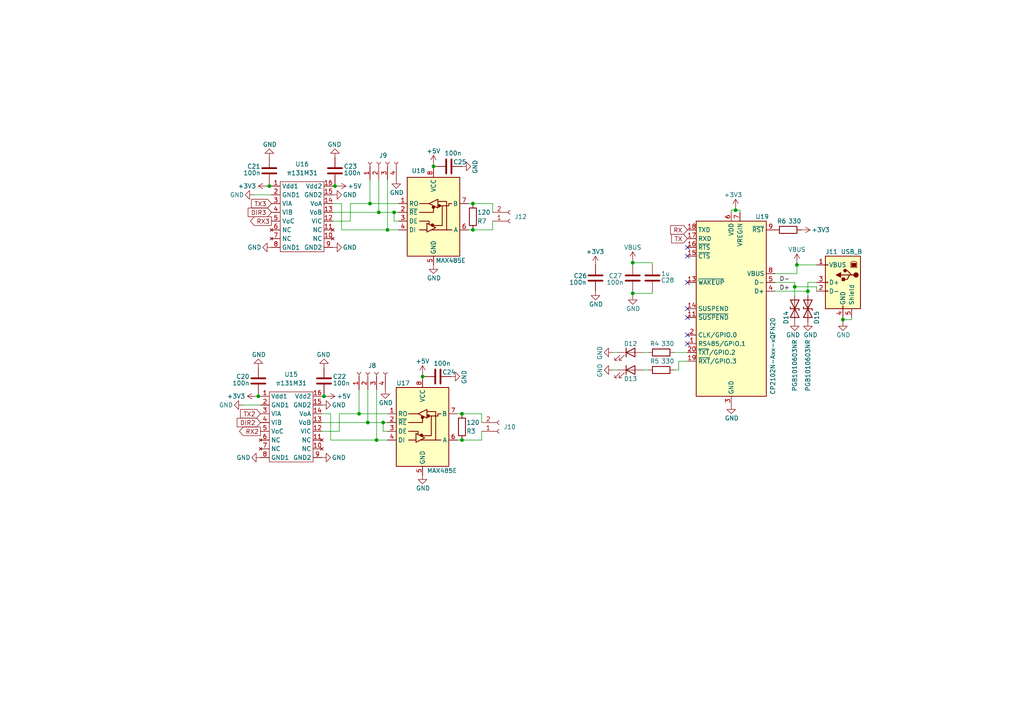
<source format=kicad_sch>
(kicad_sch (version 20211123) (generator eeschema)
  (paper "A4")
  (lib_symbols
    (symbol "Connector:Conn_01x02_Female" (pin_names (offset 1.016) hide)
      (property "Reference" "J" (at 0 2.54 0))
      (property "Value" "Conn_01x02_Female" (at 0 -5.08 0))
      (symbol "Conn_01x02_Female_1_1"
        (arc (start 0 -2.032) (mid -0.508 -2.54) (end 0 -3.048) (stroke (width 0.1524)))
        (polyline (pts (xy -1.27 -2.54) (xy -0.508 -2.54)) (stroke (width 0.1524)))
        (polyline (pts (xy -1.27 0) (xy -0.508 0)) (stroke (width 0.1524)))
        (arc (start 0 0.508) (mid -0.508 0) (end 0 -0.508) (stroke (width 0.1524)))
        (pin passive line (at -5.08 0 0) (length 3.81) (name "Pin_1") (number "1"))
        (pin passive line (at -5.08 -2.54 0) (length 3.81) (name "Pin_2") (number "2"))
      )
    )
    (symbol "Connector:Conn_01x04_Female" (pin_names (offset 1.016) hide)
      (property "Reference" "J" (at 0 5.08 0))
      (property "Value" "Conn_01x04_Female" (at 0 -7.62 0))
      (symbol "Conn_01x04_Female_1_1"
        (arc (start 0 -4.572) (mid -0.508 -5.08) (end 0 -5.588) (stroke (width 0.1524)))
        (arc (start 0 -2.032) (mid -0.508 -2.54) (end 0 -3.048) (stroke (width 0.1524)))
        (polyline (pts (xy -1.27 -5.08) (xy -0.508 -5.08)) (stroke (width 0.1524)))
        (polyline (pts (xy -1.27 -2.54) (xy -0.508 -2.54)) (stroke (width 0.1524)))
        (polyline (pts (xy -1.27 0) (xy -0.508 0)) (stroke (width 0.1524)))
        (polyline (pts (xy -1.27 2.54) (xy -0.508 2.54)) (stroke (width 0.1524)))
        (arc (start 0 0.508) (mid -0.508 0) (end 0 -0.508) (stroke (width 0.1524)))
        (arc (start 0 3.048) (mid -0.508 2.54) (end 0 2.032) (stroke (width 0.1524)))
        (pin passive line (at -5.08 2.54 0) (length 3.81) (name "Pin_1") (number "1"))
        (pin passive line (at -5.08 0 0) (length 3.81) (name "Pin_2") (number "2"))
        (pin passive line (at -5.08 -2.54 0) (length 3.81) (name "Pin_3") (number "3"))
        (pin passive line (at -5.08 -5.08 0) (length 3.81) (name "Pin_4") (number "4"))
      )
    )
    (symbol "Connector:USB_B" (pin_names (offset 1.016))
      (property "Reference" "J" (at -5.08 11.43 0))
      (property "Value" "USB_B" (at -5.08 8.89 0))
      (symbol "USB_B_0_1"
        (rectangle (start -5.08 -7.62) (end 5.08 7.62) (stroke (width 0.254)) (fill (type background)))
        (circle (center -3.81 2.159) (radius 0.635) (stroke (width 0.254)) (fill (type outline)))
        (rectangle (start -3.81 5.588) (end -2.54 4.572) (fill (type outline)))
        (circle (center -0.635 3.429) (radius 0.381) (stroke (width 0.254)) (fill (type outline)))
        (rectangle (start -0.127 -7.62) (end 0.127 -6.858))
        (polyline (pts (xy -1.905 2.159) (xy 0.635 2.159)) (stroke (width 0.254)))
        (polyline (pts (xy -3.175 2.159) (xy -2.54 2.159) (xy -1.27 3.429) (xy -0.635 3.429)) (stroke (width 0.254)))
        (polyline (pts (xy -2.54 2.159) (xy -1.905 2.159) (xy -1.27 0.889) (xy 0 0.889)) (stroke (width 0.254)))
        (polyline (pts (xy 0.635 2.794) (xy 0.635 1.524) (xy 1.905 2.159) (xy 0.635 2.794)) (stroke (width 0.254)) (fill (type outline)))
        (polyline (pts (xy -4.064 4.318) (xy -2.286 4.318) (xy -2.286 5.715) (xy -2.667 6.096) (xy -3.683 6.096) (xy -4.064 5.715) (xy -4.064 4.318)))
        (rectangle (start 0.254 1.27) (end -0.508 0.508) (stroke (width 0.254)) (fill (type outline)))
        (rectangle (start 5.08 -2.667) (end 4.318 -2.413))
        (rectangle (start 5.08 -0.127) (end 4.318 0.127))
        (rectangle (start 5.08 4.953) (end 4.318 5.207))
      )
      (symbol "USB_B_1_1"
        (pin power_out line (at 7.62 5.08 180) (length 2.54) (name "VBUS") (number "1"))
        (pin bidirectional line (at 7.62 -2.54 180) (length 2.54) (name "D-") (number "2"))
        (pin bidirectional line (at 7.62 0 180) (length 2.54) (name "D+") (number "3"))
        (pin power_out line (at 0 -10.16 90) (length 2.54) (name "GND") (number "4"))
        (pin passive line (at -2.54 -10.16 90) (length 2.54) (name "Shield") (number "5"))
      )
    )
    (symbol "Device:C" (pin_numbers hide) (pin_names (offset 0.254))
      (property "Reference" "C" (at 0.635 2.54 0))
      (property "Value" "C" (at 0.635 -2.54 0))
      (symbol "C_0_1"
        (polyline (pts (xy -2.032 -0.762) (xy 2.032 -0.762)) (stroke (width 0.508)))
        (polyline (pts (xy -2.032 0.762) (xy 2.032 0.762)) (stroke (width 0.508)))
      )
      (symbol "C_1_1"
        (pin passive line (at 0 3.81 270) (length 2.794) (name "~") (number "1"))
        (pin passive line (at 0 -3.81 90) (length 2.794) (name "~") (number "2"))
      )
    )
    (symbol "Device:D_TVS" (pin_numbers hide) (pin_names (offset 1.016) hide)
      (property "Reference" "D" (at 0 2.54 0))
      (property "Value" "D_TVS" (at 0 -2.54 0))
      (symbol "D_TVS_0_1"
        (polyline (pts (xy 1.27 0) (xy -1.27 0)))
        (polyline (pts (xy 0.508 1.27) (xy 0 1.27) (xy 0 -1.27) (xy -0.508 -1.27)) (stroke (width 0.254)))
        (polyline (pts (xy -2.54 1.27) (xy -2.54 -1.27) (xy 2.54 1.27) (xy 2.54 -1.27) (xy -2.54 1.27)) (stroke (width 0.254)))
      )
      (symbol "D_TVS_1_1"
        (pin passive line (at -3.81 0 0) (length 2.54) (name "A1") (number "1"))
        (pin passive line (at 3.81 0 180) (length 2.54) (name "A2") (number "2"))
      )
    )
    (symbol "Device:LED" (pin_numbers hide) (pin_names (offset 1.016) hide)
      (property "Reference" "D" (at 0 2.54 0))
      (property "Value" "LED" (at 0 -2.54 0))
      (symbol "LED_0_1"
        (polyline (pts (xy -1.27 -1.27) (xy -1.27 1.27)) (stroke (width 0.254)))
        (polyline (pts (xy -1.27 0) (xy 1.27 0)))
        (polyline (pts (xy 1.27 -1.27) (xy 1.27 1.27) (xy -1.27 0) (xy 1.27 -1.27)) (stroke (width 0.254)))
        (polyline (pts (xy -3.048 -0.762) (xy -4.572 -2.286) (xy -3.81 -2.286) (xy -4.572 -2.286) (xy -4.572 -1.524)))
        (polyline (pts (xy -1.778 -0.762) (xy -3.302 -2.286) (xy -2.54 -2.286) (xy -3.302 -2.286) (xy -3.302 -1.524)))
      )
      (symbol "LED_1_1"
        (pin passive line (at -3.81 0 0) (length 2.54) (name "K") (number "1"))
        (pin passive line (at 3.81 0 180) (length 2.54) (name "A") (number "2"))
      )
    )
    (symbol "Device:R" (pin_numbers hide) (pin_names (offset 0))
      (property "Reference" "R" (at 2.032 0 90))
      (property "Value" "R" (at 0 0 90))
      (symbol "R_0_1"
        (rectangle (start -1.016 -2.54) (end 1.016 2.54) (stroke (width 0.254)))
      )
      (symbol "R_1_1"
        (pin passive line (at 0 3.81 270) (length 1.27) (name "~") (number "1"))
        (pin passive line (at 0 -3.81 90) (length 1.27) (name "~") (number "2"))
      )
    )
    (symbol "Interface_UART:MAX485E"
      (property "Reference" "U" (at -6.096 11.43 0))
      (property "Value" "MAX485E" (at 0.762 11.43 0))
      (symbol "MAX485E_0_1"
        (rectangle (start -7.62 10.16) (end 7.62 -12.7) (stroke (width 0.254)) (fill (type background)))
        (circle (center -0.3048 -3.683) (radius 0.3556) (stroke (width 0.254)) (fill (type outline)))
        (circle (center -0.0254 1.4986) (radius 0.3556) (stroke (width 0.254)) (fill (type outline)))
        (polyline (pts (xy -4.064 -5.08) (xy -1.905 -5.08)) (stroke (width 0.254)))
        (polyline (pts (xy -4.064 2.54) (xy -1.27 2.54)) (stroke (width 0.254)))
        (polyline (pts (xy -1.27 -3.2004) (xy -1.27 -3.4544)) (stroke (width 0.254)))
        (polyline (pts (xy -0.635 -5.08) (xy 5.334 -5.08)) (stroke (width 0.254)))
        (polyline (pts (xy -4.064 -2.54) (xy -1.27 -2.54) (xy -1.27 -3.175)) (stroke (width 0.254)))
        (polyline (pts (xy 0 1.27) (xy 0 0) (xy -4.064 0)) (stroke (width 0.254)))
        (polyline (pts (xy 1.27 3.175) (xy 3.81 3.175) (xy 3.81 -5.08)) (stroke (width 0.254)))
        (polyline (pts (xy 2.54 1.905) (xy 2.54 -3.81) (xy 0 -3.81)) (stroke (width 0.254)))
        (polyline (pts (xy -1.905 -3.175) (xy -1.905 -5.715) (xy 0.635 -4.445) (xy -1.905 -3.175)) (stroke (width 0.254)))
        (polyline (pts (xy -1.27 2.54) (xy 1.27 3.81) (xy 1.27 1.27) (xy -1.27 2.54)) (stroke (width 0.254)))
        (polyline (pts (xy 1.905 1.905) (xy 4.445 1.905) (xy 4.445 2.54) (xy 5.334 2.54)) (stroke (width 0.254)))
        (rectangle (start 1.27 3.175) (end 1.27 3.175))
        (circle (center 1.651 1.905) (radius 0.3556) (stroke (width 0.254)) (fill (type outline)))
      )
      (symbol "MAX485E_1_1"
        (pin output line (at -10.16 2.54 0) (length 2.54) (name "RO") (number "1"))
        (pin input line (at -10.16 0 0) (length 2.54) (name "~{RE}") (number "2"))
        (pin input line (at -10.16 -2.54 0) (length 2.54) (name "DE") (number "3"))
        (pin input line (at -10.16 -5.08 0) (length 2.54) (name "DI") (number "4"))
        (pin power_in line (at 0 -15.24 90) (length 2.54) (name "GND") (number "5"))
        (pin bidirectional line (at 10.16 -5.08 180) (length 2.54) (name "A") (number "6"))
        (pin bidirectional line (at 10.16 2.54 180) (length 2.54) (name "B") (number "7"))
        (pin power_in line (at 0 12.7 270) (length 2.54) (name "VCC") (number "8"))
      )
    )
    (symbol "Interface_USB:CP2102N-Axx-xQFN20"
      (property "Reference" "U" (at -8.89 26.67 0))
      (property "Value" "CP2102N-Axx-xQFN20" (at 12.7 26.67 0))
      (symbol "CP2102N-Axx-xQFN20_0_1"
        (rectangle (start -10.16 25.4) (end 10.16 -25.4) (stroke (width 0.254)) (fill (type background)))
      )
      (symbol "CP2102N-Axx-xQFN20_1_1"
        (pin bidirectional line (at 12.7 -10.16 180) (length 2.54) (name "RS485/GPIO.1") (number "1"))
        (pin no_connect line (at -10.16 -22.86 0) (length 2.54) hide (name "NC") (number "10"))
        (pin output line (at 12.7 -2.54 180) (length 2.54) (name "~{SUSPEND}") (number "11"))
        (pin passive line (at 0 -27.94 90) (length 2.54) hide (name "GND") (number "12"))
        (pin input line (at 12.7 7.62 180) (length 2.54) (name "~{WAKEUP}") (number "13"))
        (pin output line (at 12.7 0 180) (length 2.54) (name "SUSPEND") (number "14"))
        (pin input line (at 12.7 15.24 180) (length 2.54) (name "~{CTS}") (number "15"))
        (pin output line (at 12.7 17.78 180) (length 2.54) (name "~{RTS}") (number "16"))
        (pin input line (at 12.7 20.32 180) (length 2.54) (name "RXD") (number "17"))
        (pin output line (at 12.7 22.86 180) (length 2.54) (name "TXD") (number "18"))
        (pin bidirectional line (at 12.7 -15.24 180) (length 2.54) (name "~{RXT}/GPIO.3") (number "19"))
        (pin bidirectional line (at 12.7 -7.62 180) (length 2.54) (name "CLK/GPIO.0") (number "2"))
        (pin bidirectional line (at 12.7 -12.7 180) (length 2.54) (name "~{TXT}/GPIO.2") (number "20"))
        (pin passive line (at 0 -27.94 90) (length 2.54) hide (name "GND") (number "21"))
        (pin power_in line (at 0 -27.94 90) (length 2.54) (name "GND") (number "3"))
        (pin bidirectional line (at -12.7 5.08 0) (length 2.54) (name "D+") (number "4"))
        (pin bidirectional line (at -12.7 7.62 0) (length 2.54) (name "D-") (number "5"))
        (pin power_in line (at 0 27.94 270) (length 2.54) (name "VDD") (number "6"))
        (pin power_in line (at -2.54 27.94 270) (length 2.54) (name "VREGIN") (number "7"))
        (pin input line (at -12.7 10.16 0) (length 2.54) (name "VBUS") (number "8"))
        (pin input line (at -12.7 22.86 0) (length 2.54) (name "~{RST}") (number "9"))
      )
    )
    (symbol "Special_parts:π131M31"
      (property "Reference" "U" (at 0 13.97 0))
      (property "Value" "π131M31" (at 0 11.43 0))
      (symbol "π131M31_0_1"
        (rectangle (start -6.35 10.16) (end 6.35 -10.16))
      )
      (symbol "π131M31_1_1"
        (pin power_in line (at -8.89 8.89 0) (length 2.54) (name "Vdd1") (number "1"))
        (pin no_connect line (at 8.89 -6.35 180) (length 2.54) (name "NC") (number "10"))
        (pin no_connect line (at 8.89 -3.81 180) (length 2.54) (name "NC") (number "11"))
        (pin input line (at 8.89 -1.27 180) (length 2.54) (name "ViC") (number "12"))
        (pin output line (at 8.89 1.27 180) (length 2.54) (name "VoB") (number "13"))
        (pin output line (at 8.89 3.81 180) (length 2.54) (name "VoA") (number "14"))
        (pin power_in line (at 8.89 6.35 180) (length 2.54) (name "GND2") (number "15"))
        (pin power_in line (at 8.89 8.89 180) (length 2.54) (name "Vdd2") (number "16"))
        (pin power_in line (at -8.89 6.35 0) (length 2.54) (name "GND1") (number "2"))
        (pin input line (at -8.89 3.81 0) (length 2.54) (name "ViA") (number "3"))
        (pin input line (at -8.89 1.27 0) (length 2.54) (name "ViB") (number "4"))
        (pin output line (at -8.89 -1.27 0) (length 2.54) (name "VoC") (number "5"))
        (pin no_connect line (at -8.89 -3.81 0) (length 2.54) (name "NC") (number "6"))
        (pin no_connect line (at -8.89 -6.35 0) (length 2.54) (name "NC") (number "7"))
        (pin power_in line (at -8.89 -8.89 0) (length 2.54) (name "GND1") (number "8"))
        (pin power_in line (at 8.89 -8.89 180) (length 2.54) (name "GND2") (number "9"))
      )
    )
    (symbol "power:+3V3" (power) (pin_names (offset 0))
      (property "Value" "+3V3" (at 0 3.556 0))
      (symbol "+3V3_0_1"
        (polyline (pts (xy -0.762 1.27) (xy 0 2.54)))
        (polyline (pts (xy 0 0) (xy 0 2.54)))
        (polyline (pts (xy 0 2.54) (xy 0.762 1.27)))
      )
      (symbol "+3V3_1_1"
        (pin power_in line (at 0 0 90) (length 0) hide (name "+3V3") (number "1"))
      )
    )
    (symbol "power:+5V" (power) (pin_names (offset 0))
      (property "Value" "+5V" (at 0 3.556 0))
      (symbol "+5V_0_1"
        (polyline (pts (xy -0.762 1.27) (xy 0 2.54)))
        (polyline (pts (xy 0 0) (xy 0 2.54)))
        (polyline (pts (xy 0 2.54) (xy 0.762 1.27)))
      )
      (symbol "+5V_1_1"
        (pin power_in line (at 0 0 90) (length 0) hide (name "+5V") (number "1"))
      )
    )
    (symbol "power:GND" (power) (pin_names (offset 0))
      (property "Value" "GND" (at 0 -3.81 0))
      (symbol "GND_0_1"
        (polyline (pts (xy 0 0) (xy 0 -1.27) (xy 1.27 -1.27) (xy 0 -2.54) (xy -1.27 -1.27) (xy 0 -1.27)))
      )
      (symbol "GND_1_1"
        (pin power_in line (at 0 0 270) (length 0) hide (name "GND") (number "1"))
      )
    )
    (symbol "power:VBUS" (power) (pin_names (offset 0))
      (property "Value" "VBUS" (at 0 3.81 0))
      (symbol "VBUS_0_1"
        (polyline (pts (xy -0.762 1.27) (xy 0 2.54)))
        (polyline (pts (xy 0 0) (xy 0 2.54)))
        (polyline (pts (xy 0 2.54) (xy 0.762 1.27)))
      )
      (symbol "VBUS_1_1"
        (pin power_in line (at 0 0 90) (length 0) hide (name "VBUS") (number "1"))
      )
    )
  )
  (junction (at 230.505 83.185))
  (junction (at 112.395 66.675))
  (junction (at 183.515 76.2))
  (junction (at 125.73 48.26))
  (junction (at 109.855 61.595))
  (junction (at 133.985 127.635))
  (junction (at 213.36 60.96))
  (junction (at 231.14 76.835))
  (junction (at 93.98 114.935))
  (junction (at 244.475 92.71))
  (junction (at 183.515 85.09))
  (junction (at 78.105 53.975))
  (junction (at 107.315 59.055))
  (junction (at 74.93 114.935))
  (junction (at 133.985 120.015))
  (junction (at 109.22 127.635))
  (junction (at 114.3 61.595))
  (junction (at 234.315 84.455))
  (junction (at 97.155 53.975))
  (junction (at 104.14 120.015))
  (junction (at 111.125 122.555))
  (junction (at 106.68 122.555))
  (junction (at 122.555 109.22))
  (junction (at 137.16 66.675))
  (junction (at 137.16 59.055))
  (no_connect (at 199.39 97.155))
  (no_connect (at 199.39 99.695))
  (no_connect (at 199.39 81.915))
  (no_connect (at 199.39 92.075))
  (no_connect (at 199.39 74.295))
  (no_connect (at 199.39 89.535))
  (no_connect (at 199.39 71.755))
  (wire (pts (xy 99.06 66.675) (xy 112.395 66.675)))
  (wire (pts (xy 177.8 102.235) (xy 179.07 102.235)))
  (wire (pts (xy 135.89 59.055) (xy 137.16 59.055)))
  (wire (pts (xy 186.69 102.235) (xy 187.96 102.235)))
  (wire (pts (xy 93.345 122.555) (xy 106.68 122.555)))
  (wire (pts (xy 95.885 120.015) (xy 95.885 127.635)))
  (wire (pts (xy 114.3 61.595) (xy 114.3 64.135)))
  (wire (pts (xy 231.14 76.2) (xy 231.14 76.835)))
  (wire (pts (xy 244.475 92.075) (xy 244.475 92.71)))
  (wire (pts (xy 224.79 79.375) (xy 231.14 79.375)))
  (wire (pts (xy 125.73 48.26) (xy 126.365 48.26)))
  (wire (pts (xy 106.68 122.555) (xy 111.125 122.555)))
  (wire (pts (xy 125.73 48.26) (xy 125.73 48.895)))
  (wire (pts (xy 133.985 127.635) (xy 139.7 127.635)))
  (wire (pts (xy 93.98 114.3) (xy 93.98 114.935)))
  (wire (pts (xy 112.395 66.675) (xy 115.57 66.675)))
  (wire (pts (xy 133.985 120.015) (xy 139.7 120.015)))
  (wire (pts (xy 122.555 109.22) (xy 122.555 109.855)))
  (wire (pts (xy 77.47 53.975) (xy 78.105 53.975)))
  (wire (pts (xy 93.345 114.935) (xy 93.98 114.935)))
  (wire (pts (xy 93.345 120.015) (xy 95.885 120.015)))
  (wire (pts (xy 125.73 47.625) (xy 125.73 48.26)))
  (wire (pts (xy 177.8 107.315) (xy 179.07 107.315)))
  (wire (pts (xy 132.715 120.015) (xy 133.985 120.015)))
  (wire (pts (xy 247.015 92.71) (xy 247.015 92.075)))
  (wire (pts (xy 183.515 85.09) (xy 189.23 85.09)))
  (wire (pts (xy 139.7 122.555) (xy 139.7 120.015)))
  (wire (pts (xy 111.125 125.095) (xy 112.395 125.095)))
  (wire (pts (xy 230.505 81.915) (xy 230.505 83.185)))
  (wire (pts (xy 244.475 92.71) (xy 244.475 93.345)))
  (wire (pts (xy 106.68 113.03) (xy 106.68 122.555)))
  (wire (pts (xy 183.515 76.2) (xy 189.23 76.2)))
  (wire (pts (xy 101.6 59.055) (xy 107.315 59.055)))
  (wire (pts (xy 74.93 114.3) (xy 74.93 114.935)))
  (wire (pts (xy 189.23 76.2) (xy 189.23 76.835)))
  (wire (pts (xy 109.22 113.03) (xy 109.22 127.635)))
  (wire (pts (xy 122.555 109.22) (xy 123.19 109.22)))
  (wire (pts (xy 183.515 76.2) (xy 183.515 76.835)))
  (wire (pts (xy 213.36 60.96) (xy 214.63 60.96)))
  (wire (pts (xy 139.7 125.095) (xy 139.7 127.635)))
  (wire (pts (xy 137.16 59.055) (xy 142.875 59.055)))
  (wire (pts (xy 78.105 53.975) (xy 78.74 53.975)))
  (wire (pts (xy 142.875 64.135) (xy 142.875 66.675)))
  (wire (pts (xy 137.16 66.675) (xy 135.89 66.675)))
  (wire (pts (xy 73.66 56.515) (xy 78.74 56.515)))
  (wire (pts (xy 195.58 102.235) (xy 199.39 102.235)))
  (wire (pts (xy 234.315 81.915) (xy 234.315 84.455)))
  (wire (pts (xy 213.36 60.325) (xy 213.36 60.96)))
  (wire (pts (xy 109.855 61.595) (xy 114.3 61.595)))
  (wire (pts (xy 231.14 76.835) (xy 236.855 76.835)))
  (wire (pts (xy 111.125 122.555) (xy 111.125 125.095)))
  (wire (pts (xy 95.885 127.635) (xy 109.22 127.635)))
  (wire (pts (xy 195.58 107.315) (xy 196.85 107.315)))
  (wire (pts (xy 109.22 127.635) (xy 112.395 127.635)))
  (wire (pts (xy 196.85 107.315) (xy 196.85 104.775)))
  (wire (pts (xy 122.555 108.585) (xy 122.555 109.22)))
  (wire (pts (xy 236.855 81.915) (xy 234.315 81.915)))
  (wire (pts (xy 112.395 52.07) (xy 112.395 66.675)))
  (wire (pts (xy 96.52 64.135) (xy 101.6 64.135)))
  (wire (pts (xy 224.79 81.915) (xy 230.505 81.915)))
  (wire (pts (xy 93.345 125.095) (xy 98.425 125.095)))
  (wire (pts (xy 230.505 83.185) (xy 230.505 85.725)))
  (wire (pts (xy 189.23 85.09) (xy 189.23 84.455)))
  (wire (pts (xy 101.6 64.135) (xy 101.6 59.055)))
  (wire (pts (xy 74.93 114.935) (xy 75.565 114.935)))
  (wire (pts (xy 183.515 75.565) (xy 183.515 76.2)))
  (wire (pts (xy 234.315 84.455) (xy 234.315 85.725)))
  (wire (pts (xy 109.855 52.07) (xy 109.855 61.595)))
  (wire (pts (xy 244.475 92.71) (xy 247.015 92.71)))
  (wire (pts (xy 183.515 85.09) (xy 183.515 85.725)))
  (wire (pts (xy 114.3 64.135) (xy 115.57 64.135)))
  (wire (pts (xy 183.515 84.455) (xy 183.515 85.09)))
  (wire (pts (xy 112.395 122.555) (xy 111.125 122.555)))
  (wire (pts (xy 78.105 53.34) (xy 78.105 53.975)))
  (wire (pts (xy 98.425 120.015) (xy 104.14 120.015)))
  (wire (pts (xy 99.06 59.055) (xy 99.06 66.675)))
  (wire (pts (xy 96.52 59.055) (xy 99.06 59.055)))
  (wire (pts (xy 137.16 66.675) (xy 142.875 66.675)))
  (wire (pts (xy 93.98 114.935) (xy 94.615 114.935)))
  (wire (pts (xy 104.14 120.015) (xy 112.395 120.015)))
  (wire (pts (xy 96.52 53.975) (xy 97.155 53.975)))
  (wire (pts (xy 107.315 59.055) (xy 115.57 59.055)))
  (wire (pts (xy 104.14 113.03) (xy 104.14 120.015)))
  (wire (pts (xy 70.485 117.475) (xy 75.565 117.475)))
  (wire (pts (xy 231.14 79.375) (xy 231.14 76.835)))
  (wire (pts (xy 224.79 84.455) (xy 234.315 84.455)))
  (wire (pts (xy 230.505 83.185) (xy 236.855 83.185)))
  (wire (pts (xy 98.425 125.095) (xy 98.425 120.015)))
  (wire (pts (xy 142.875 61.595) (xy 142.875 59.055)))
  (wire (pts (xy 236.855 83.185) (xy 236.855 84.455)))
  (wire (pts (xy 196.85 104.775) (xy 199.39 104.775)))
  (wire (pts (xy 97.155 53.34) (xy 97.155 53.975)))
  (wire (pts (xy 133.985 127.635) (xy 132.715 127.635)))
  (wire (pts (xy 107.315 52.07) (xy 107.315 59.055)))
  (wire (pts (xy 115.57 61.595) (xy 114.3 61.595)))
  (wire (pts (xy 97.155 53.975) (xy 97.79 53.975)))
  (wire (pts (xy 96.52 61.595) (xy 109.855 61.595)))
  (wire (pts (xy 214.63 60.96) (xy 214.63 61.595)))
  (wire (pts (xy 186.69 107.315) (xy 187.96 107.315)))
  (wire (pts (xy 74.295 114.935) (xy 74.93 114.935)))
  (wire (pts (xy 212.09 60.96) (xy 213.36 60.96)))
  (wire (pts (xy 212.09 61.595) (xy 212.09 60.96)))
  (label "D+" (at 226.06 84.455 0))
  (label "D-" (at 226.06 81.915 0))
  (global_label "TX2" (shape input) (at 75.565 120.015 180) (property "Riferimenti inter-foglio" "${INTERSHEET_REFS}" (effects hide)))
  (global_label "RX3" (shape output) (at 78.74 64.135 180) (property "Riferimenti inter-foglio" "${INTERSHEET_REFS}" (effects hide)))
  (global_label "DIR3" (shape input) (at 78.74 61.595 180) (property "Riferimenti inter-foglio" "${INTERSHEET_REFS}" (effects hide)))
  (global_label "RX2" (shape output) (at 75.565 125.095 180) (property "Riferimenti inter-foglio" "${INTERSHEET_REFS}" (effects hide)))
  (global_label "RX" (shape input) (at 199.39 66.675 180) (property "Riferimenti inter-foglio" "${INTERSHEET_REFS}" (effects hide)))
  (global_label "TX3" (shape input) (at 78.74 59.055 180) (property "Riferimenti inter-foglio" "${INTERSHEET_REFS}" (effects hide)))
  (global_label "TX" (shape input) (at 199.39 69.215 180) (property "Riferimenti inter-foglio" "${INTERSHEET_REFS}" (effects hide)))
  (global_label "DIR2" (shape input) (at 75.565 122.555 180) (property "Riferimenti inter-foglio" "${INTERSHEET_REFS}" (effects hide)))
  (symbol (lib_id "power:GND") (at 93.345 117.475 90) (unit 1)
    (property "Reference" "#PWR0159" (effects hide))
    (property "Value" "GND" (at 100.33 117.475 90) (effects (justify left)))
  )
  (symbol (lib_id "power:GND") (at 96.52 56.515 90) (unit 1)
    (property "Reference" "#PWR0163" (effects hide))
    (property "Value" "GND" (at 103.505 56.515 90) (effects (justify left)))
  )
  (symbol (lib_id "power:GND") (at 172.72 84.455 0) (unit 1)
    (property "Reference" "#PWR0176" (effects hide))
    (property "Value" "GND" (at 170.815 88.265 0) (effects (justify left)))
  )
  (symbol (lib_id "power:VBUS") (at 231.14 76.2 0) (unit 1)
    (property "Reference" "#PWR0184" (effects hide))
    (property "Value" "VBUS" (at 231.14 72.39 0))
  )
  (symbol (lib_id "Interface_USB:CP2102N-Axx-xQFN20") (at 212.09 89.535 0) (mirror y) (unit 1)
    (property "Reference" "U19" (at 219.075 62.865 0) (effects (justify right)))
    (property "Value" "CP2102N-Axx-xQFN20" (at 224.155 92.075 90) (effects (justify right)))
    (property "Footprint" "Package_DFN_QFN:SiliconLabs_QFN-20-1EP_3x3mm_P0.5mm_EP1.8x1.8mm" (effects hide))
    (property "Datasheet" "https://www.silabs.com/documents/public/data-sheets/cp2102n-datasheet.pdf" (effects hide))
  )
  (symbol (lib_id "power:GND") (at 125.73 76.835 0) (unit 1)
    (property "Reference" "#PWR0172" (effects hide))
    (property "Value" "GND" (at 123.825 80.645 0) (effects (justify left)))
  )
  (symbol (lib_id "Device:D_TVS") (at 234.315 89.535 90) (unit 1)
    (property "Reference" "D15" (at 236.855 90.17 0) (effects (justify right)))
    (property "Value" "PGB1010603NR" (at 234.315 98.425 0) (effects (justify right)))
    (property "Footprint" "Diode_SMD:D_0603_1608Metric" (effects hide))
    (property "LCSC" "C10677" (effects hide))
  )
  (symbol (lib_id "power:+3V3") (at 77.47 53.975 90) (unit 1)
    (property "Reference" "#PWR0156" (effects hide))
    (property "Value" "+3V3" (at 74.295 53.975 90) (effects (justify left)))
  )
  (symbol (lib_id "Device:C") (at 93.98 110.49 0) (unit 1)
    (property "Reference" "C22" (at 96.52 109.22 0) (effects (justify left)))
    (property "Value" "100n" (at 96.52 111.125 0) (effects (justify left)))
    (property "Footprint" "Capacitor_SMD:C_0603_1608Metric" (effects hide))
  )
  (symbol (lib_id "Device:D_TVS") (at 230.505 89.535 90) (unit 1)
    (property "Reference" "D14" (at 227.965 90.17 0) (effects (justify right)))
    (property "Value" "PGB1010603NR" (at 230.505 98.425 0) (effects (justify right)))
    (property "Footprint" "Diode_SMD:D_0603_1608Metric" (effects hide))
    (property "LCSC" "C10677" (effects hide))
  )
  (symbol (lib_id "Device:LED") (at 182.88 102.235 0) (unit 1)
    (property "Reference" "D12" (at 182.88 99.695 0))
    (property "Value" "LED" (effects hide))
    (property "Footprint" "LED_SMD:LED_0805_2012Metric" (effects hide))
  )
  (symbol (lib_id "Device:C") (at 183.515 80.645 0) (mirror y) (unit 1)
    (property "Reference" "C27" (at 176.53 80.01 0) (effects (justify right)))
    (property "Value" "100n" (at 175.895 81.915 0) (effects (justify right)))
    (property "Footprint" "Capacitor_SMD:C_0603_1608Metric" (effects hide))
  )
  (symbol (lib_id "power:GND") (at 97.155 45.72 180) (unit 1)
    (property "Reference" "#PWR0165" (effects hide))
    (property "Value" "GND" (at 99.06 41.91 0) (effects (justify left)))
  )
  (symbol (lib_id "power:GND") (at 73.66 56.515 270) (unit 1)
    (property "Reference" "#PWR0152" (effects hide))
    (property "Value" "GND" (at 66.675 56.515 90) (effects (justify left)))
  )
  (symbol (lib_id "power:VBUS") (at 183.515 75.565 0) (unit 1)
    (property "Reference" "#PWR0179" (effects hide))
    (property "Value" "VBUS" (at 183.515 71.755 0))
  )
  (symbol (lib_id "Connector:Conn_01x04_Female") (at 109.855 46.99 90) (unit 1)
    (property "Reference" "J9" (at 111.125 45.085 90))
    (property "Value" "Conn_01x04_Female" (effects hide))
    (property "Footprint" "Connector_PinHeader_2.54mm:PinHeader_1x04_P2.54mm_Vertical" (effects hide))
  )
  (symbol (lib_id "Device:C") (at 97.155 49.53 0) (unit 1)
    (property "Reference" "C23" (at 99.695 48.26 0) (effects (justify left)))
    (property "Value" "100n" (at 99.695 50.165 0) (effects (justify left)))
    (property "Footprint" "Capacitor_SMD:C_0603_1608Metric" (effects hide))
  )
  (symbol (lib_id "power:+3V3") (at 74.295 114.935 90) (unit 1)
    (property "Reference" "#PWR0153" (effects hide))
    (property "Value" "+3V3" (at 71.12 114.935 90) (effects (justify left)))
  )
  (symbol (lib_id "power:GND") (at 212.09 117.475 0) (unit 1)
    (property "Reference" "#PWR0181" (effects hide))
    (property "Value" "GND" (at 210.185 121.285 0) (effects (justify left)))
  )
  (symbol (lib_id "power:GND") (at 96.52 71.755 90) (unit 1)
    (property "Reference" "#PWR0164" (effects hide))
    (property "Value" "GND" (at 103.505 71.755 90) (effects (justify left)))
  )
  (symbol (lib_id "power:+5V") (at 94.615 114.935 270) (unit 1)
    (property "Reference" "#PWR0162" (effects hide))
    (property "Value" "+5V" (at 99.695 114.935 90))
  )
  (symbol (lib_id "power:+3V3") (at 172.72 76.835 0) (unit 1)
    (property "Reference" "#PWR0175" (effects hide))
    (property "Value" "+3V3" (at 175.26 73.025 0) (effects (justify right)))
  )
  (symbol (lib_id "power:GND") (at 234.315 93.345 0) (unit 1)
    (property "Reference" "#PWR0186" (effects hide))
    (property "Value" "GND" (at 233.045 97.155 0) (effects (justify left)))
  )
  (symbol (lib_id "Device:C") (at 127 109.22 270) (mirror x) (unit 1)
    (property "Reference" "C24" (at 128.27 107.95 90) (effects (justify left)))
    (property "Value" "100n" (at 125.73 105.41 90) (effects (justify left)))
    (property "Footprint" "Capacitor_SMD:C_0603_1608Metric" (effects hide))
  )
  (symbol (lib_id "power:GND") (at 111.76 113.03 0) (unit 1)
    (property "Reference" "#PWR0167" (effects hide))
    (property "Value" "GND" (at 109.855 116.84 0) (effects (justify left)))
  )
  (symbol (lib_id "power:+3V3") (at 213.36 60.325 0) (unit 1)
    (property "Reference" "#PWR0182" (effects hide))
    (property "Value" "+3V3" (at 215.265 56.515 0) (effects (justify right)))
  )
  (symbol (lib_id "power:GND") (at 183.515 85.725 0) (unit 1)
    (property "Reference" "#PWR0180" (effects hide))
    (property "Value" "GND" (at 181.61 89.535 0) (effects (justify left)))
  )
  (symbol (lib_id "power:GND") (at 177.8 107.315 270) (unit 1)
    (property "Reference" "#PWR0178" (effects hide))
    (property "Value" "GND" (at 173.99 105.41 0) (effects (justify left)))
  )
  (symbol (lib_id "Device:C") (at 78.105 49.53 0) (mirror y) (unit 1)
    (property "Reference" "C21" (at 75.565 48.26 0) (effects (justify left)))
    (property "Value" "100n" (at 75.565 50.165 0) (effects (justify left)))
    (property "Footprint" "Capacitor_SMD:C_0603_1608Metric" (effects hide))
  )
  (symbol (lib_id "power:GND") (at 74.93 106.68 0) (mirror x) (unit 1)
    (property "Reference" "#PWR0154" (effects hide))
    (property "Value" "GND" (at 73.025 102.87 0) (effects (justify left)))
  )
  (symbol (lib_id "Device:C") (at 130.175 48.26 270) (mirror x) (unit 1)
    (property "Reference" "C25" (at 131.445 46.99 90) (effects (justify left)))
    (property "Value" "100n" (at 128.905 44.45 90) (effects (justify left)))
    (property "Footprint" "Capacitor_SMD:C_0603_1608Metric" (effects hide))
  )
  (symbol (lib_id "power:+5V") (at 122.555 108.585 0) (unit 1)
    (property "Reference" "#PWR0169" (effects hide))
    (property "Value" "+5V" (at 122.555 104.775 0))
  )
  (symbol (lib_id "Connector:Conn_01x02_Female") (at 144.78 125.095 0) (mirror x) (unit 1)
    (property "Reference" "J10" (at 146.05 123.825 0) (effects (justify left)))
    (property "Value" "Conn_01x02_Female" (effects hide))
    (property "Footprint" "Connector_Phoenix_MC_HighVoltage:PhoenixContact_MC_1,5_2-G-5.08_1x02_P5.08mm_Horizontal" (effects hide))
    (property "Datasheet" "https://jlcpcb.com/partdetail/Ningbo_KangnexElec-WJ2EDGR_5_082P/C8383" (effects hide))
  )
  (symbol (lib_id "Special_parts:π131M31") (at 84.455 123.825 0) (unit 1)
    (property "Reference" "U15" (at 84.455 108.585 0))
    (property "Value" "π131M31" (at 84.455 111.125 0))
    (property "Footprint" "Package_SO:SOIC-16_3.9x9.9mm_P1.27mm" (effects hide))
    (property "Datasheet" "https://jlcpcb.com/partdetail/2paiSemi-131M31/C471599" (effects hide))
    (property "LCSC" "C471599" (effects hide))
  )
  (symbol (lib_id "power:GND") (at 114.935 52.07 0) (unit 1)
    (property "Reference" "#PWR0168" (effects hide))
    (property "Value" "GND" (at 113.03 55.88 0) (effects (justify left)))
  )
  (symbol (lib_id "power:+5V") (at 97.79 53.975 270) (unit 1)
    (property "Reference" "#PWR0166" (effects hide))
    (property "Value" "+5V" (at 102.87 53.975 90))
  )
  (symbol (lib_id "power:GND") (at 177.8 102.235 270) (unit 1)
    (property "Reference" "#PWR0177" (effects hide))
    (property "Value" "GND" (at 173.99 100.33 0) (effects (justify left)))
  )
  (symbol (lib_id "power:GND") (at 230.505 93.345 0) (unit 1)
    (property "Reference" "#PWR0183" (effects hide))
    (property "Value" "GND" (at 227.965 97.155 0) (effects (justify left)))
  )
  (symbol (lib_id "Interface_UART:MAX485E") (at 122.555 122.555 0) (unit 1)
    (property "Reference" "U17" (at 114.935 111.125 0) (effects (justify left)))
    (property "Value" "MAX485E" (at 123.825 136.525 0) (effects (justify left)))
    (property "Footprint" "Package_SO:SOP-8_3.9x4.9mm_P1.27mm" (effects hide))
    (property "Datasheet" "https://datasheets.maximintegrated.com/en/ds/MAX1487E-MAX491E.pdf" (effects hide))
    (property "LCSC" "C2960453" (effects hide))
  )
  (symbol (lib_id "power:GND") (at 93.98 106.68 180) (unit 1)
    (property "Reference" "#PWR0161" (effects hide))
    (property "Value" "GND" (at 95.885 102.87 0) (effects (justify left)))
  )
  (symbol (lib_id "Connector:Conn_01x02_Female") (at 147.955 64.135 0) (mirror x) (unit 1)
    (property "Reference" "J12" (at 149.225 62.865 0) (effects (justify left)))
    (property "Value" "Conn_01x02_Female" (effects hide))
    (property "Footprint" "Connector_Phoenix_MC_HighVoltage:PhoenixContact_MC_1,5_2-G-5.08_1x02_P5.08mm_Horizontal" (effects hide))
    (property "Datasheet" "https://jlcpcb.com/partdetail/Ningbo_KangnexElec-WJ2EDGR_5_082P/C8383" (effects hide))
  )
  (symbol (lib_id "Device:R") (at 137.16 62.865 0) (mirror x) (unit 1)
    (property "Reference" "R7" (at 138.43 64.135 0) (effects (justify left)))
    (property "Value" "120" (at 138.43 61.595 0) (effects (justify left)))
    (property "Footprint" "Resistor_SMD:R_0603_1608Metric" (effects hide))
  )
  (symbol (lib_id "Device:R") (at 191.77 107.315 270) (unit 1)
    (property "Reference" "R5" (at 189.865 104.775 90))
    (property "Value" "330" (at 193.675 104.775 90))
    (property "Footprint" "Resistor_SMD:R_0603_1608Metric" (effects hide))
  )
  (symbol (lib_id "power:GND") (at 70.485 117.475 270) (unit 1)
    (property "Reference" "#PWR0151" (effects hide))
    (property "Value" "GND" (at 63.5 117.475 90) (effects (justify left)))
  )
  (symbol (lib_id "power:+3V3") (at 232.41 66.675 270) (unit 1)
    (property "Reference" "#PWR0185" (effects hide))
    (property "Value" "+3V3" (at 240.665 66.675 90) (effects (justify right)))
  )
  (symbol (lib_id "Device:R") (at 133.985 123.825 0) (mirror x) (unit 1)
    (property "Reference" "R3" (at 135.255 125.095 0) (effects (justify left)))
    (property "Value" "120" (at 135.255 122.555 0) (effects (justify left)))
    (property "Footprint" "Resistor_SMD:R_0603_1608Metric" (effects hide))
  )
  (symbol (lib_id "power:GND") (at 93.345 132.715 90) (unit 1)
    (property "Reference" "#PWR0160" (effects hide))
    (property "Value" "GND" (at 100.33 132.715 90) (effects (justify left)))
  )
  (symbol (lib_id "Device:R") (at 191.77 102.235 270) (unit 1)
    (property "Reference" "R4" (at 189.865 99.695 90))
    (property "Value" "330" (at 193.675 99.695 90))
    (property "Footprint" "Resistor_SMD:R_0603_1608Metric" (effects hide))
  )
  (symbol (lib_id "power:GND") (at 75.565 132.715 270) (unit 1)
    (property "Reference" "#PWR0155" (effects hide))
    (property "Value" "GND" (at 68.58 132.715 90) (effects (justify left)))
  )
  (symbol (lib_id "power:GND") (at 244.475 93.345 0) (unit 1)
    (property "Reference" "#PWR0187" (effects hide))
    (property "Value" "GND" (at 242.57 97.155 0) (effects (justify left)))
  )
  (symbol (lib_id "Device:LED") (at 182.88 107.315 0) (unit 1)
    (property "Reference" "D13" (at 182.88 109.855 0))
    (property "Value" "LED" (effects hide))
    (property "Footprint" "LED_SMD:LED_0805_2012Metric" (effects hide))
  )
  (symbol (lib_id "power:GND") (at 78.105 45.72 0) (mirror x) (unit 1)
    (property "Reference" "#PWR0157" (effects hide))
    (property "Value" "GND" (at 76.2 41.91 0) (effects (justify left)))
  )
  (symbol (lib_id "power:GND") (at 133.985 48.26 90) (mirror x) (unit 1)
    (property "Reference" "#PWR0174" (effects hide))
    (property "Value" "GND" (at 137.795 46.355 0) (effects (justify left)))
  )
  (symbol (lib_id "Device:R") (at 228.6 66.675 270) (unit 1)
    (property "Reference" "R6" (at 226.695 64.135 90))
    (property "Value" "330" (at 230.505 64.135 90))
    (property "Footprint" "Resistor_SMD:R_0603_1608Metric" (effects hide))
  )
  (symbol (lib_id "power:GND") (at 130.81 109.22 90) (mirror x) (unit 1)
    (property "Reference" "#PWR0173" (effects hide))
    (property "Value" "GND" (at 134.62 107.315 0) (effects (justify left)))
  )
  (symbol (lib_id "Device:C") (at 189.23 80.645 0) (mirror x) (unit 1)
    (property "Reference" "C28" (at 195.58 81.28 0) (effects (justify right)))
    (property "Value" "1u" (at 194.31 79.375 0) (effects (justify right)))
    (property "Footprint" "Capacitor_SMD:C_0603_1608Metric" (effects hide))
  )
  (symbol (lib_id "Connector:Conn_01x04_Female") (at 106.68 107.95 90) (unit 1)
    (property "Reference" "J8" (at 107.95 106.045 90))
    (property "Value" "Conn_01x04_Female" (effects hide))
    (property "Footprint" "Connector_PinHeader_2.54mm:PinHeader_1x04_P2.54mm_Vertical" (effects hide))
  )
  (symbol (lib_id "power:+5V") (at 125.73 47.625 0) (unit 1)
    (property "Reference" "#PWR0171" (effects hide))
    (property "Value" "+5V" (at 125.73 43.815 0))
  )
  (symbol (lib_id "Special_parts:π131M31") (at 87.63 62.865 0) (unit 1)
    (property "Reference" "U16" (at 87.63 47.625 0))
    (property "Value" "π131M31" (at 87.63 50.165 0))
    (property "Footprint" "Package_SO:SOIC-16_3.9x9.9mm_P1.27mm" (effects hide))
    (property "Datasheet" "https://jlcpcb.com/partdetail/2paiSemi-131M31/C471599" (effects hide))
    (property "LCSC" "C471599" (effects hide))
  )
  (symbol (lib_id "power:GND") (at 122.555 137.795 0) (unit 1)
    (property "Reference" "#PWR0170" (effects hide))
    (property "Value" "GND" (at 120.65 141.605 0) (effects (justify left)))
  )
  (symbol (lib_id "Interface_UART:MAX485E") (at 125.73 61.595 0) (unit 1)
    (property "Reference" "U18" (at 119.38 49.53 0) (effects (justify left)))
    (property "Value" "MAX485E" (at 126.365 75.565 0) (effects (justify left)))
    (property "Footprint" "Package_SO:SOP-8_3.9x4.9mm_P1.27mm" (effects hide))
    (property "Datasheet" "https://datasheets.maximintegrated.com/en/ds/MAX1487E-MAX491E.pdf" (effects hide))
    (property "LCSC" "C2960453" (effects hide))
  )
  (symbol (lib_id "power:GND") (at 78.74 71.755 270) (unit 1)
    (property "Reference" "#PWR0158" (effects hide))
    (property "Value" "GND" (at 71.755 71.755 90) (effects (justify left)))
  )
  (symbol (lib_id "Connector:USB_B") (at 244.475 81.915 0) (mirror y) (unit 1)
    (property "Reference" "J11" (at 239.395 73.025 0) (effects (justify right)))
    (property "Value" "USB_B" (at 243.84 73.025 0) (effects (justify right)))
    (property "Footprint" "Connector_USB:USB_B_TE_5787834_Vertical" (effects hide))
    (property "Datasheet" "https://jlcpcb.com/partdetail/SiliconLabs-CP2102N_A02GQFN20R/C969913" (effects hide))
  )
  (symbol (lib_id "Device:C") (at 172.72 80.645 0) (mirror y) (unit 1)
    (property "Reference" "C26" (at 166.37 80.01 0) (effects (justify right)))
    (property "Value" "100n" (at 165.1 81.915 0) (effects (justify right)))
    (property "Footprint" "Capacitor_SMD:C_0603_1608Metric" (effects hide))
  )
  (symbol (lib_id "Device:C") (at 74.93 110.49 0) (mirror y) (unit 1)
    (property "Reference" "C20" (at 72.39 109.22 0) (effects (justify left)))
    (property "Value" "100n" (at 72.39 111.125 0) (effects (justify left)))
    (property "Footprint" "Capacitor_SMD:C_0603_1608Metric" (effects hide))
  )
)
</source>
